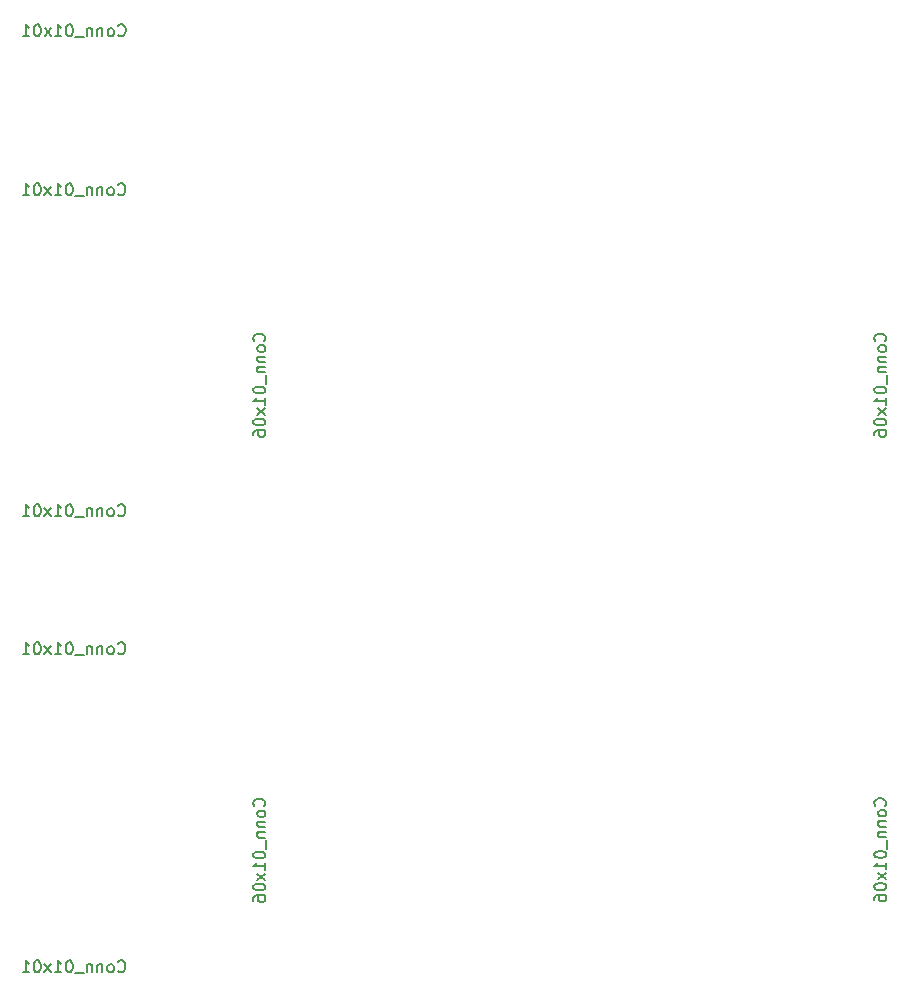
<source format=gbr>
G04 #@! TF.FileFunction,Other,Fab,Bot*
%FSLAX46Y46*%
G04 Gerber Fmt 4.6, Leading zero omitted, Abs format (unit mm)*
G04 Created by KiCad (PCBNEW 4.0.4-stable) date 01/08/18 17:18:11*
%MOMM*%
%LPD*%
G01*
G04 APERTURE LIST*
%ADD10C,0.250000*%
%ADD11C,0.150000*%
G04 APERTURE END LIST*
D10*
D11*
X121082143Y-97436905D02*
X121129762Y-97389286D01*
X121177381Y-97246429D01*
X121177381Y-97151191D01*
X121129762Y-97008333D01*
X121034524Y-96913095D01*
X120939286Y-96865476D01*
X120748810Y-96817857D01*
X120605952Y-96817857D01*
X120415476Y-96865476D01*
X120320238Y-96913095D01*
X120225000Y-97008333D01*
X120177381Y-97151191D01*
X120177381Y-97246429D01*
X120225000Y-97389286D01*
X120272619Y-97436905D01*
X121177381Y-98008333D02*
X121129762Y-97913095D01*
X121082143Y-97865476D01*
X120986905Y-97817857D01*
X120701190Y-97817857D01*
X120605952Y-97865476D01*
X120558333Y-97913095D01*
X120510714Y-98008333D01*
X120510714Y-98151191D01*
X120558333Y-98246429D01*
X120605952Y-98294048D01*
X120701190Y-98341667D01*
X120986905Y-98341667D01*
X121082143Y-98294048D01*
X121129762Y-98246429D01*
X121177381Y-98151191D01*
X121177381Y-98008333D01*
X120510714Y-98770238D02*
X121177381Y-98770238D01*
X120605952Y-98770238D02*
X120558333Y-98817857D01*
X120510714Y-98913095D01*
X120510714Y-99055953D01*
X120558333Y-99151191D01*
X120653571Y-99198810D01*
X121177381Y-99198810D01*
X120510714Y-99675000D02*
X121177381Y-99675000D01*
X120605952Y-99675000D02*
X120558333Y-99722619D01*
X120510714Y-99817857D01*
X120510714Y-99960715D01*
X120558333Y-100055953D01*
X120653571Y-100103572D01*
X121177381Y-100103572D01*
X121272619Y-100341667D02*
X121272619Y-101103572D01*
X120177381Y-101532143D02*
X120177381Y-101627382D01*
X120225000Y-101722620D01*
X120272619Y-101770239D01*
X120367857Y-101817858D01*
X120558333Y-101865477D01*
X120796429Y-101865477D01*
X120986905Y-101817858D01*
X121082143Y-101770239D01*
X121129762Y-101722620D01*
X121177381Y-101627382D01*
X121177381Y-101532143D01*
X121129762Y-101436905D01*
X121082143Y-101389286D01*
X120986905Y-101341667D01*
X120796429Y-101294048D01*
X120558333Y-101294048D01*
X120367857Y-101341667D01*
X120272619Y-101389286D01*
X120225000Y-101436905D01*
X120177381Y-101532143D01*
X121177381Y-102817858D02*
X121177381Y-102246429D01*
X121177381Y-102532143D02*
X120177381Y-102532143D01*
X120320238Y-102436905D01*
X120415476Y-102341667D01*
X120463095Y-102246429D01*
X121177381Y-103151191D02*
X120510714Y-103675001D01*
X120510714Y-103151191D02*
X121177381Y-103675001D01*
X120177381Y-104246429D02*
X120177381Y-104341668D01*
X120225000Y-104436906D01*
X120272619Y-104484525D01*
X120367857Y-104532144D01*
X120558333Y-104579763D01*
X120796429Y-104579763D01*
X120986905Y-104532144D01*
X121082143Y-104484525D01*
X121129762Y-104436906D01*
X121177381Y-104341668D01*
X121177381Y-104246429D01*
X121129762Y-104151191D01*
X121082143Y-104103572D01*
X120986905Y-104055953D01*
X120796429Y-104008334D01*
X120558333Y-104008334D01*
X120367857Y-104055953D01*
X120272619Y-104103572D01*
X120225000Y-104151191D01*
X120177381Y-104246429D01*
X120177381Y-105436906D02*
X120177381Y-105246429D01*
X120225000Y-105151191D01*
X120272619Y-105103572D01*
X120415476Y-105008334D01*
X120605952Y-104960715D01*
X120986905Y-104960715D01*
X121082143Y-105008334D01*
X121129762Y-105055953D01*
X121177381Y-105151191D01*
X121177381Y-105341668D01*
X121129762Y-105436906D01*
X121082143Y-105484525D01*
X120986905Y-105532144D01*
X120748810Y-105532144D01*
X120653571Y-105484525D01*
X120605952Y-105436906D01*
X120558333Y-105341668D01*
X120558333Y-105151191D01*
X120605952Y-105055953D01*
X120653571Y-105008334D01*
X120748810Y-104960715D01*
X108734075Y-71538103D02*
X108781694Y-71585722D01*
X108924551Y-71633341D01*
X109019789Y-71633341D01*
X109162647Y-71585722D01*
X109257885Y-71490484D01*
X109305504Y-71395246D01*
X109353123Y-71204770D01*
X109353123Y-71061912D01*
X109305504Y-70871436D01*
X109257885Y-70776198D01*
X109162647Y-70680960D01*
X109019789Y-70633341D01*
X108924551Y-70633341D01*
X108781694Y-70680960D01*
X108734075Y-70728579D01*
X108162647Y-71633341D02*
X108257885Y-71585722D01*
X108305504Y-71538103D01*
X108353123Y-71442865D01*
X108353123Y-71157150D01*
X108305504Y-71061912D01*
X108257885Y-71014293D01*
X108162647Y-70966674D01*
X108019789Y-70966674D01*
X107924551Y-71014293D01*
X107876932Y-71061912D01*
X107829313Y-71157150D01*
X107829313Y-71442865D01*
X107876932Y-71538103D01*
X107924551Y-71585722D01*
X108019789Y-71633341D01*
X108162647Y-71633341D01*
X107400742Y-70966674D02*
X107400742Y-71633341D01*
X107400742Y-71061912D02*
X107353123Y-71014293D01*
X107257885Y-70966674D01*
X107115027Y-70966674D01*
X107019789Y-71014293D01*
X106972170Y-71109531D01*
X106972170Y-71633341D01*
X106495980Y-70966674D02*
X106495980Y-71633341D01*
X106495980Y-71061912D02*
X106448361Y-71014293D01*
X106353123Y-70966674D01*
X106210265Y-70966674D01*
X106115027Y-71014293D01*
X106067408Y-71109531D01*
X106067408Y-71633341D01*
X105829313Y-71728579D02*
X105067408Y-71728579D01*
X104638837Y-70633341D02*
X104543598Y-70633341D01*
X104448360Y-70680960D01*
X104400741Y-70728579D01*
X104353122Y-70823817D01*
X104305503Y-71014293D01*
X104305503Y-71252389D01*
X104353122Y-71442865D01*
X104400741Y-71538103D01*
X104448360Y-71585722D01*
X104543598Y-71633341D01*
X104638837Y-71633341D01*
X104734075Y-71585722D01*
X104781694Y-71538103D01*
X104829313Y-71442865D01*
X104876932Y-71252389D01*
X104876932Y-71014293D01*
X104829313Y-70823817D01*
X104781694Y-70728579D01*
X104734075Y-70680960D01*
X104638837Y-70633341D01*
X103353122Y-71633341D02*
X103924551Y-71633341D01*
X103638837Y-71633341D02*
X103638837Y-70633341D01*
X103734075Y-70776198D01*
X103829313Y-70871436D01*
X103924551Y-70919055D01*
X103019789Y-71633341D02*
X102495979Y-70966674D01*
X103019789Y-70966674D02*
X102495979Y-71633341D01*
X101924551Y-70633341D02*
X101829312Y-70633341D01*
X101734074Y-70680960D01*
X101686455Y-70728579D01*
X101638836Y-70823817D01*
X101591217Y-71014293D01*
X101591217Y-71252389D01*
X101638836Y-71442865D01*
X101686455Y-71538103D01*
X101734074Y-71585722D01*
X101829312Y-71633341D01*
X101924551Y-71633341D01*
X102019789Y-71585722D01*
X102067408Y-71538103D01*
X102115027Y-71442865D01*
X102162646Y-71252389D01*
X102162646Y-71014293D01*
X102115027Y-70823817D01*
X102067408Y-70728579D01*
X102019789Y-70680960D01*
X101924551Y-70633341D01*
X100638836Y-71633341D02*
X101210265Y-71633341D01*
X100924551Y-71633341D02*
X100924551Y-70633341D01*
X101019789Y-70776198D01*
X101115027Y-70871436D01*
X101210265Y-70919055D01*
X108731535Y-85000103D02*
X108779154Y-85047722D01*
X108922011Y-85095341D01*
X109017249Y-85095341D01*
X109160107Y-85047722D01*
X109255345Y-84952484D01*
X109302964Y-84857246D01*
X109350583Y-84666770D01*
X109350583Y-84523912D01*
X109302964Y-84333436D01*
X109255345Y-84238198D01*
X109160107Y-84142960D01*
X109017249Y-84095341D01*
X108922011Y-84095341D01*
X108779154Y-84142960D01*
X108731535Y-84190579D01*
X108160107Y-85095341D02*
X108255345Y-85047722D01*
X108302964Y-85000103D01*
X108350583Y-84904865D01*
X108350583Y-84619150D01*
X108302964Y-84523912D01*
X108255345Y-84476293D01*
X108160107Y-84428674D01*
X108017249Y-84428674D01*
X107922011Y-84476293D01*
X107874392Y-84523912D01*
X107826773Y-84619150D01*
X107826773Y-84904865D01*
X107874392Y-85000103D01*
X107922011Y-85047722D01*
X108017249Y-85095341D01*
X108160107Y-85095341D01*
X107398202Y-84428674D02*
X107398202Y-85095341D01*
X107398202Y-84523912D02*
X107350583Y-84476293D01*
X107255345Y-84428674D01*
X107112487Y-84428674D01*
X107017249Y-84476293D01*
X106969630Y-84571531D01*
X106969630Y-85095341D01*
X106493440Y-84428674D02*
X106493440Y-85095341D01*
X106493440Y-84523912D02*
X106445821Y-84476293D01*
X106350583Y-84428674D01*
X106207725Y-84428674D01*
X106112487Y-84476293D01*
X106064868Y-84571531D01*
X106064868Y-85095341D01*
X105826773Y-85190579D02*
X105064868Y-85190579D01*
X104636297Y-84095341D02*
X104541058Y-84095341D01*
X104445820Y-84142960D01*
X104398201Y-84190579D01*
X104350582Y-84285817D01*
X104302963Y-84476293D01*
X104302963Y-84714389D01*
X104350582Y-84904865D01*
X104398201Y-85000103D01*
X104445820Y-85047722D01*
X104541058Y-85095341D01*
X104636297Y-85095341D01*
X104731535Y-85047722D01*
X104779154Y-85000103D01*
X104826773Y-84904865D01*
X104874392Y-84714389D01*
X104874392Y-84476293D01*
X104826773Y-84285817D01*
X104779154Y-84190579D01*
X104731535Y-84142960D01*
X104636297Y-84095341D01*
X103350582Y-85095341D02*
X103922011Y-85095341D01*
X103636297Y-85095341D02*
X103636297Y-84095341D01*
X103731535Y-84238198D01*
X103826773Y-84333436D01*
X103922011Y-84381055D01*
X103017249Y-85095341D02*
X102493439Y-84428674D01*
X103017249Y-84428674D02*
X102493439Y-85095341D01*
X101922011Y-84095341D02*
X101826772Y-84095341D01*
X101731534Y-84142960D01*
X101683915Y-84190579D01*
X101636296Y-84285817D01*
X101588677Y-84476293D01*
X101588677Y-84714389D01*
X101636296Y-84904865D01*
X101683915Y-85000103D01*
X101731534Y-85047722D01*
X101826772Y-85095341D01*
X101922011Y-85095341D01*
X102017249Y-85047722D01*
X102064868Y-85000103D01*
X102112487Y-84904865D01*
X102160106Y-84714389D01*
X102160106Y-84476293D01*
X102112487Y-84285817D01*
X102064868Y-84190579D01*
X102017249Y-84142960D01*
X101922011Y-84095341D01*
X100636296Y-85095341D02*
X101207725Y-85095341D01*
X100922011Y-85095341D02*
X100922011Y-84095341D01*
X101017249Y-84238198D01*
X101112487Y-84333436D01*
X101207725Y-84381055D01*
X108731535Y-112178103D02*
X108779154Y-112225722D01*
X108922011Y-112273341D01*
X109017249Y-112273341D01*
X109160107Y-112225722D01*
X109255345Y-112130484D01*
X109302964Y-112035246D01*
X109350583Y-111844770D01*
X109350583Y-111701912D01*
X109302964Y-111511436D01*
X109255345Y-111416198D01*
X109160107Y-111320960D01*
X109017249Y-111273341D01*
X108922011Y-111273341D01*
X108779154Y-111320960D01*
X108731535Y-111368579D01*
X108160107Y-112273341D02*
X108255345Y-112225722D01*
X108302964Y-112178103D01*
X108350583Y-112082865D01*
X108350583Y-111797150D01*
X108302964Y-111701912D01*
X108255345Y-111654293D01*
X108160107Y-111606674D01*
X108017249Y-111606674D01*
X107922011Y-111654293D01*
X107874392Y-111701912D01*
X107826773Y-111797150D01*
X107826773Y-112082865D01*
X107874392Y-112178103D01*
X107922011Y-112225722D01*
X108017249Y-112273341D01*
X108160107Y-112273341D01*
X107398202Y-111606674D02*
X107398202Y-112273341D01*
X107398202Y-111701912D02*
X107350583Y-111654293D01*
X107255345Y-111606674D01*
X107112487Y-111606674D01*
X107017249Y-111654293D01*
X106969630Y-111749531D01*
X106969630Y-112273341D01*
X106493440Y-111606674D02*
X106493440Y-112273341D01*
X106493440Y-111701912D02*
X106445821Y-111654293D01*
X106350583Y-111606674D01*
X106207725Y-111606674D01*
X106112487Y-111654293D01*
X106064868Y-111749531D01*
X106064868Y-112273341D01*
X105826773Y-112368579D02*
X105064868Y-112368579D01*
X104636297Y-111273341D02*
X104541058Y-111273341D01*
X104445820Y-111320960D01*
X104398201Y-111368579D01*
X104350582Y-111463817D01*
X104302963Y-111654293D01*
X104302963Y-111892389D01*
X104350582Y-112082865D01*
X104398201Y-112178103D01*
X104445820Y-112225722D01*
X104541058Y-112273341D01*
X104636297Y-112273341D01*
X104731535Y-112225722D01*
X104779154Y-112178103D01*
X104826773Y-112082865D01*
X104874392Y-111892389D01*
X104874392Y-111654293D01*
X104826773Y-111463817D01*
X104779154Y-111368579D01*
X104731535Y-111320960D01*
X104636297Y-111273341D01*
X103350582Y-112273341D02*
X103922011Y-112273341D01*
X103636297Y-112273341D02*
X103636297Y-111273341D01*
X103731535Y-111416198D01*
X103826773Y-111511436D01*
X103922011Y-111559055D01*
X103017249Y-112273341D02*
X102493439Y-111606674D01*
X103017249Y-111606674D02*
X102493439Y-112273341D01*
X101922011Y-111273341D02*
X101826772Y-111273341D01*
X101731534Y-111320960D01*
X101683915Y-111368579D01*
X101636296Y-111463817D01*
X101588677Y-111654293D01*
X101588677Y-111892389D01*
X101636296Y-112082865D01*
X101683915Y-112178103D01*
X101731534Y-112225722D01*
X101826772Y-112273341D01*
X101922011Y-112273341D01*
X102017249Y-112225722D01*
X102064868Y-112178103D01*
X102112487Y-112082865D01*
X102160106Y-111892389D01*
X102160106Y-111654293D01*
X102112487Y-111463817D01*
X102064868Y-111368579D01*
X102017249Y-111320960D01*
X101922011Y-111273341D01*
X100636296Y-112273341D02*
X101207725Y-112273341D01*
X100922011Y-112273341D02*
X100922011Y-111273341D01*
X101017249Y-111416198D01*
X101112487Y-111511436D01*
X101207725Y-111559055D01*
X108731535Y-123862103D02*
X108779154Y-123909722D01*
X108922011Y-123957341D01*
X109017249Y-123957341D01*
X109160107Y-123909722D01*
X109255345Y-123814484D01*
X109302964Y-123719246D01*
X109350583Y-123528770D01*
X109350583Y-123385912D01*
X109302964Y-123195436D01*
X109255345Y-123100198D01*
X109160107Y-123004960D01*
X109017249Y-122957341D01*
X108922011Y-122957341D01*
X108779154Y-123004960D01*
X108731535Y-123052579D01*
X108160107Y-123957341D02*
X108255345Y-123909722D01*
X108302964Y-123862103D01*
X108350583Y-123766865D01*
X108350583Y-123481150D01*
X108302964Y-123385912D01*
X108255345Y-123338293D01*
X108160107Y-123290674D01*
X108017249Y-123290674D01*
X107922011Y-123338293D01*
X107874392Y-123385912D01*
X107826773Y-123481150D01*
X107826773Y-123766865D01*
X107874392Y-123862103D01*
X107922011Y-123909722D01*
X108017249Y-123957341D01*
X108160107Y-123957341D01*
X107398202Y-123290674D02*
X107398202Y-123957341D01*
X107398202Y-123385912D02*
X107350583Y-123338293D01*
X107255345Y-123290674D01*
X107112487Y-123290674D01*
X107017249Y-123338293D01*
X106969630Y-123433531D01*
X106969630Y-123957341D01*
X106493440Y-123290674D02*
X106493440Y-123957341D01*
X106493440Y-123385912D02*
X106445821Y-123338293D01*
X106350583Y-123290674D01*
X106207725Y-123290674D01*
X106112487Y-123338293D01*
X106064868Y-123433531D01*
X106064868Y-123957341D01*
X105826773Y-124052579D02*
X105064868Y-124052579D01*
X104636297Y-122957341D02*
X104541058Y-122957341D01*
X104445820Y-123004960D01*
X104398201Y-123052579D01*
X104350582Y-123147817D01*
X104302963Y-123338293D01*
X104302963Y-123576389D01*
X104350582Y-123766865D01*
X104398201Y-123862103D01*
X104445820Y-123909722D01*
X104541058Y-123957341D01*
X104636297Y-123957341D01*
X104731535Y-123909722D01*
X104779154Y-123862103D01*
X104826773Y-123766865D01*
X104874392Y-123576389D01*
X104874392Y-123338293D01*
X104826773Y-123147817D01*
X104779154Y-123052579D01*
X104731535Y-123004960D01*
X104636297Y-122957341D01*
X103350582Y-123957341D02*
X103922011Y-123957341D01*
X103636297Y-123957341D02*
X103636297Y-122957341D01*
X103731535Y-123100198D01*
X103826773Y-123195436D01*
X103922011Y-123243055D01*
X103017249Y-123957341D02*
X102493439Y-123290674D01*
X103017249Y-123290674D02*
X102493439Y-123957341D01*
X101922011Y-122957341D02*
X101826772Y-122957341D01*
X101731534Y-123004960D01*
X101683915Y-123052579D01*
X101636296Y-123147817D01*
X101588677Y-123338293D01*
X101588677Y-123576389D01*
X101636296Y-123766865D01*
X101683915Y-123862103D01*
X101731534Y-123909722D01*
X101826772Y-123957341D01*
X101922011Y-123957341D01*
X102017249Y-123909722D01*
X102064868Y-123862103D01*
X102112487Y-123766865D01*
X102160106Y-123576389D01*
X102160106Y-123338293D01*
X102112487Y-123147817D01*
X102064868Y-123052579D01*
X102017249Y-123004960D01*
X101922011Y-122957341D01*
X100636296Y-123957341D02*
X101207725Y-123957341D01*
X100922011Y-123957341D02*
X100922011Y-122957341D01*
X101017249Y-123100198D01*
X101112487Y-123195436D01*
X101207725Y-123243055D01*
X108731535Y-150786103D02*
X108779154Y-150833722D01*
X108922011Y-150881341D01*
X109017249Y-150881341D01*
X109160107Y-150833722D01*
X109255345Y-150738484D01*
X109302964Y-150643246D01*
X109350583Y-150452770D01*
X109350583Y-150309912D01*
X109302964Y-150119436D01*
X109255345Y-150024198D01*
X109160107Y-149928960D01*
X109017249Y-149881341D01*
X108922011Y-149881341D01*
X108779154Y-149928960D01*
X108731535Y-149976579D01*
X108160107Y-150881341D02*
X108255345Y-150833722D01*
X108302964Y-150786103D01*
X108350583Y-150690865D01*
X108350583Y-150405150D01*
X108302964Y-150309912D01*
X108255345Y-150262293D01*
X108160107Y-150214674D01*
X108017249Y-150214674D01*
X107922011Y-150262293D01*
X107874392Y-150309912D01*
X107826773Y-150405150D01*
X107826773Y-150690865D01*
X107874392Y-150786103D01*
X107922011Y-150833722D01*
X108017249Y-150881341D01*
X108160107Y-150881341D01*
X107398202Y-150214674D02*
X107398202Y-150881341D01*
X107398202Y-150309912D02*
X107350583Y-150262293D01*
X107255345Y-150214674D01*
X107112487Y-150214674D01*
X107017249Y-150262293D01*
X106969630Y-150357531D01*
X106969630Y-150881341D01*
X106493440Y-150214674D02*
X106493440Y-150881341D01*
X106493440Y-150309912D02*
X106445821Y-150262293D01*
X106350583Y-150214674D01*
X106207725Y-150214674D01*
X106112487Y-150262293D01*
X106064868Y-150357531D01*
X106064868Y-150881341D01*
X105826773Y-150976579D02*
X105064868Y-150976579D01*
X104636297Y-149881341D02*
X104541058Y-149881341D01*
X104445820Y-149928960D01*
X104398201Y-149976579D01*
X104350582Y-150071817D01*
X104302963Y-150262293D01*
X104302963Y-150500389D01*
X104350582Y-150690865D01*
X104398201Y-150786103D01*
X104445820Y-150833722D01*
X104541058Y-150881341D01*
X104636297Y-150881341D01*
X104731535Y-150833722D01*
X104779154Y-150786103D01*
X104826773Y-150690865D01*
X104874392Y-150500389D01*
X104874392Y-150262293D01*
X104826773Y-150071817D01*
X104779154Y-149976579D01*
X104731535Y-149928960D01*
X104636297Y-149881341D01*
X103350582Y-150881341D02*
X103922011Y-150881341D01*
X103636297Y-150881341D02*
X103636297Y-149881341D01*
X103731535Y-150024198D01*
X103826773Y-150119436D01*
X103922011Y-150167055D01*
X103017249Y-150881341D02*
X102493439Y-150214674D01*
X103017249Y-150214674D02*
X102493439Y-150881341D01*
X101922011Y-149881341D02*
X101826772Y-149881341D01*
X101731534Y-149928960D01*
X101683915Y-149976579D01*
X101636296Y-150071817D01*
X101588677Y-150262293D01*
X101588677Y-150500389D01*
X101636296Y-150690865D01*
X101683915Y-150786103D01*
X101731534Y-150833722D01*
X101826772Y-150881341D01*
X101922011Y-150881341D01*
X102017249Y-150833722D01*
X102064868Y-150786103D01*
X102112487Y-150690865D01*
X102160106Y-150500389D01*
X102160106Y-150262293D01*
X102112487Y-150071817D01*
X102064868Y-149976579D01*
X102017249Y-149928960D01*
X101922011Y-149881341D01*
X100636296Y-150881341D02*
X101207725Y-150881341D01*
X100922011Y-150881341D02*
X100922011Y-149881341D01*
X101017249Y-150024198D01*
X101112487Y-150119436D01*
X101207725Y-150167055D01*
X121082143Y-136811905D02*
X121129762Y-136764286D01*
X121177381Y-136621429D01*
X121177381Y-136526191D01*
X121129762Y-136383333D01*
X121034524Y-136288095D01*
X120939286Y-136240476D01*
X120748810Y-136192857D01*
X120605952Y-136192857D01*
X120415476Y-136240476D01*
X120320238Y-136288095D01*
X120225000Y-136383333D01*
X120177381Y-136526191D01*
X120177381Y-136621429D01*
X120225000Y-136764286D01*
X120272619Y-136811905D01*
X121177381Y-137383333D02*
X121129762Y-137288095D01*
X121082143Y-137240476D01*
X120986905Y-137192857D01*
X120701190Y-137192857D01*
X120605952Y-137240476D01*
X120558333Y-137288095D01*
X120510714Y-137383333D01*
X120510714Y-137526191D01*
X120558333Y-137621429D01*
X120605952Y-137669048D01*
X120701190Y-137716667D01*
X120986905Y-137716667D01*
X121082143Y-137669048D01*
X121129762Y-137621429D01*
X121177381Y-137526191D01*
X121177381Y-137383333D01*
X120510714Y-138145238D02*
X121177381Y-138145238D01*
X120605952Y-138145238D02*
X120558333Y-138192857D01*
X120510714Y-138288095D01*
X120510714Y-138430953D01*
X120558333Y-138526191D01*
X120653571Y-138573810D01*
X121177381Y-138573810D01*
X120510714Y-139050000D02*
X121177381Y-139050000D01*
X120605952Y-139050000D02*
X120558333Y-139097619D01*
X120510714Y-139192857D01*
X120510714Y-139335715D01*
X120558333Y-139430953D01*
X120653571Y-139478572D01*
X121177381Y-139478572D01*
X121272619Y-139716667D02*
X121272619Y-140478572D01*
X120177381Y-140907143D02*
X120177381Y-141002382D01*
X120225000Y-141097620D01*
X120272619Y-141145239D01*
X120367857Y-141192858D01*
X120558333Y-141240477D01*
X120796429Y-141240477D01*
X120986905Y-141192858D01*
X121082143Y-141145239D01*
X121129762Y-141097620D01*
X121177381Y-141002382D01*
X121177381Y-140907143D01*
X121129762Y-140811905D01*
X121082143Y-140764286D01*
X120986905Y-140716667D01*
X120796429Y-140669048D01*
X120558333Y-140669048D01*
X120367857Y-140716667D01*
X120272619Y-140764286D01*
X120225000Y-140811905D01*
X120177381Y-140907143D01*
X121177381Y-142192858D02*
X121177381Y-141621429D01*
X121177381Y-141907143D02*
X120177381Y-141907143D01*
X120320238Y-141811905D01*
X120415476Y-141716667D01*
X120463095Y-141621429D01*
X121177381Y-142526191D02*
X120510714Y-143050001D01*
X120510714Y-142526191D02*
X121177381Y-143050001D01*
X120177381Y-143621429D02*
X120177381Y-143716668D01*
X120225000Y-143811906D01*
X120272619Y-143859525D01*
X120367857Y-143907144D01*
X120558333Y-143954763D01*
X120796429Y-143954763D01*
X120986905Y-143907144D01*
X121082143Y-143859525D01*
X121129762Y-143811906D01*
X121177381Y-143716668D01*
X121177381Y-143621429D01*
X121129762Y-143526191D01*
X121082143Y-143478572D01*
X120986905Y-143430953D01*
X120796429Y-143383334D01*
X120558333Y-143383334D01*
X120367857Y-143430953D01*
X120272619Y-143478572D01*
X120225000Y-143526191D01*
X120177381Y-143621429D01*
X120177381Y-144811906D02*
X120177381Y-144621429D01*
X120225000Y-144526191D01*
X120272619Y-144478572D01*
X120415476Y-144383334D01*
X120605952Y-144335715D01*
X120986905Y-144335715D01*
X121082143Y-144383334D01*
X121129762Y-144430953D01*
X121177381Y-144526191D01*
X121177381Y-144716668D01*
X121129762Y-144811906D01*
X121082143Y-144859525D01*
X120986905Y-144907144D01*
X120748810Y-144907144D01*
X120653571Y-144859525D01*
X120605952Y-144811906D01*
X120558333Y-144716668D01*
X120558333Y-144526191D01*
X120605952Y-144430953D01*
X120653571Y-144383334D01*
X120748810Y-144335715D01*
X173657143Y-97436905D02*
X173704762Y-97389286D01*
X173752381Y-97246429D01*
X173752381Y-97151191D01*
X173704762Y-97008333D01*
X173609524Y-96913095D01*
X173514286Y-96865476D01*
X173323810Y-96817857D01*
X173180952Y-96817857D01*
X172990476Y-96865476D01*
X172895238Y-96913095D01*
X172800000Y-97008333D01*
X172752381Y-97151191D01*
X172752381Y-97246429D01*
X172800000Y-97389286D01*
X172847619Y-97436905D01*
X173752381Y-98008333D02*
X173704762Y-97913095D01*
X173657143Y-97865476D01*
X173561905Y-97817857D01*
X173276190Y-97817857D01*
X173180952Y-97865476D01*
X173133333Y-97913095D01*
X173085714Y-98008333D01*
X173085714Y-98151191D01*
X173133333Y-98246429D01*
X173180952Y-98294048D01*
X173276190Y-98341667D01*
X173561905Y-98341667D01*
X173657143Y-98294048D01*
X173704762Y-98246429D01*
X173752381Y-98151191D01*
X173752381Y-98008333D01*
X173085714Y-98770238D02*
X173752381Y-98770238D01*
X173180952Y-98770238D02*
X173133333Y-98817857D01*
X173085714Y-98913095D01*
X173085714Y-99055953D01*
X173133333Y-99151191D01*
X173228571Y-99198810D01*
X173752381Y-99198810D01*
X173085714Y-99675000D02*
X173752381Y-99675000D01*
X173180952Y-99675000D02*
X173133333Y-99722619D01*
X173085714Y-99817857D01*
X173085714Y-99960715D01*
X173133333Y-100055953D01*
X173228571Y-100103572D01*
X173752381Y-100103572D01*
X173847619Y-100341667D02*
X173847619Y-101103572D01*
X172752381Y-101532143D02*
X172752381Y-101627382D01*
X172800000Y-101722620D01*
X172847619Y-101770239D01*
X172942857Y-101817858D01*
X173133333Y-101865477D01*
X173371429Y-101865477D01*
X173561905Y-101817858D01*
X173657143Y-101770239D01*
X173704762Y-101722620D01*
X173752381Y-101627382D01*
X173752381Y-101532143D01*
X173704762Y-101436905D01*
X173657143Y-101389286D01*
X173561905Y-101341667D01*
X173371429Y-101294048D01*
X173133333Y-101294048D01*
X172942857Y-101341667D01*
X172847619Y-101389286D01*
X172800000Y-101436905D01*
X172752381Y-101532143D01*
X173752381Y-102817858D02*
X173752381Y-102246429D01*
X173752381Y-102532143D02*
X172752381Y-102532143D01*
X172895238Y-102436905D01*
X172990476Y-102341667D01*
X173038095Y-102246429D01*
X173752381Y-103151191D02*
X173085714Y-103675001D01*
X173085714Y-103151191D02*
X173752381Y-103675001D01*
X172752381Y-104246429D02*
X172752381Y-104341668D01*
X172800000Y-104436906D01*
X172847619Y-104484525D01*
X172942857Y-104532144D01*
X173133333Y-104579763D01*
X173371429Y-104579763D01*
X173561905Y-104532144D01*
X173657143Y-104484525D01*
X173704762Y-104436906D01*
X173752381Y-104341668D01*
X173752381Y-104246429D01*
X173704762Y-104151191D01*
X173657143Y-104103572D01*
X173561905Y-104055953D01*
X173371429Y-104008334D01*
X173133333Y-104008334D01*
X172942857Y-104055953D01*
X172847619Y-104103572D01*
X172800000Y-104151191D01*
X172752381Y-104246429D01*
X172752381Y-105436906D02*
X172752381Y-105246429D01*
X172800000Y-105151191D01*
X172847619Y-105103572D01*
X172990476Y-105008334D01*
X173180952Y-104960715D01*
X173561905Y-104960715D01*
X173657143Y-105008334D01*
X173704762Y-105055953D01*
X173752381Y-105151191D01*
X173752381Y-105341668D01*
X173704762Y-105436906D01*
X173657143Y-105484525D01*
X173561905Y-105532144D01*
X173323810Y-105532144D01*
X173228571Y-105484525D01*
X173180952Y-105436906D01*
X173133333Y-105341668D01*
X173133333Y-105151191D01*
X173180952Y-105055953D01*
X173228571Y-105008334D01*
X173323810Y-104960715D01*
X173657143Y-136786905D02*
X173704762Y-136739286D01*
X173752381Y-136596429D01*
X173752381Y-136501191D01*
X173704762Y-136358333D01*
X173609524Y-136263095D01*
X173514286Y-136215476D01*
X173323810Y-136167857D01*
X173180952Y-136167857D01*
X172990476Y-136215476D01*
X172895238Y-136263095D01*
X172800000Y-136358333D01*
X172752381Y-136501191D01*
X172752381Y-136596429D01*
X172800000Y-136739286D01*
X172847619Y-136786905D01*
X173752381Y-137358333D02*
X173704762Y-137263095D01*
X173657143Y-137215476D01*
X173561905Y-137167857D01*
X173276190Y-137167857D01*
X173180952Y-137215476D01*
X173133333Y-137263095D01*
X173085714Y-137358333D01*
X173085714Y-137501191D01*
X173133333Y-137596429D01*
X173180952Y-137644048D01*
X173276190Y-137691667D01*
X173561905Y-137691667D01*
X173657143Y-137644048D01*
X173704762Y-137596429D01*
X173752381Y-137501191D01*
X173752381Y-137358333D01*
X173085714Y-138120238D02*
X173752381Y-138120238D01*
X173180952Y-138120238D02*
X173133333Y-138167857D01*
X173085714Y-138263095D01*
X173085714Y-138405953D01*
X173133333Y-138501191D01*
X173228571Y-138548810D01*
X173752381Y-138548810D01*
X173085714Y-139025000D02*
X173752381Y-139025000D01*
X173180952Y-139025000D02*
X173133333Y-139072619D01*
X173085714Y-139167857D01*
X173085714Y-139310715D01*
X173133333Y-139405953D01*
X173228571Y-139453572D01*
X173752381Y-139453572D01*
X173847619Y-139691667D02*
X173847619Y-140453572D01*
X172752381Y-140882143D02*
X172752381Y-140977382D01*
X172800000Y-141072620D01*
X172847619Y-141120239D01*
X172942857Y-141167858D01*
X173133333Y-141215477D01*
X173371429Y-141215477D01*
X173561905Y-141167858D01*
X173657143Y-141120239D01*
X173704762Y-141072620D01*
X173752381Y-140977382D01*
X173752381Y-140882143D01*
X173704762Y-140786905D01*
X173657143Y-140739286D01*
X173561905Y-140691667D01*
X173371429Y-140644048D01*
X173133333Y-140644048D01*
X172942857Y-140691667D01*
X172847619Y-140739286D01*
X172800000Y-140786905D01*
X172752381Y-140882143D01*
X173752381Y-142167858D02*
X173752381Y-141596429D01*
X173752381Y-141882143D02*
X172752381Y-141882143D01*
X172895238Y-141786905D01*
X172990476Y-141691667D01*
X173038095Y-141596429D01*
X173752381Y-142501191D02*
X173085714Y-143025001D01*
X173085714Y-142501191D02*
X173752381Y-143025001D01*
X172752381Y-143596429D02*
X172752381Y-143691668D01*
X172800000Y-143786906D01*
X172847619Y-143834525D01*
X172942857Y-143882144D01*
X173133333Y-143929763D01*
X173371429Y-143929763D01*
X173561905Y-143882144D01*
X173657143Y-143834525D01*
X173704762Y-143786906D01*
X173752381Y-143691668D01*
X173752381Y-143596429D01*
X173704762Y-143501191D01*
X173657143Y-143453572D01*
X173561905Y-143405953D01*
X173371429Y-143358334D01*
X173133333Y-143358334D01*
X172942857Y-143405953D01*
X172847619Y-143453572D01*
X172800000Y-143501191D01*
X172752381Y-143596429D01*
X172752381Y-144786906D02*
X172752381Y-144596429D01*
X172800000Y-144501191D01*
X172847619Y-144453572D01*
X172990476Y-144358334D01*
X173180952Y-144310715D01*
X173561905Y-144310715D01*
X173657143Y-144358334D01*
X173704762Y-144405953D01*
X173752381Y-144501191D01*
X173752381Y-144691668D01*
X173704762Y-144786906D01*
X173657143Y-144834525D01*
X173561905Y-144882144D01*
X173323810Y-144882144D01*
X173228571Y-144834525D01*
X173180952Y-144786906D01*
X173133333Y-144691668D01*
X173133333Y-144501191D01*
X173180952Y-144405953D01*
X173228571Y-144358334D01*
X173323810Y-144310715D01*
M02*

</source>
